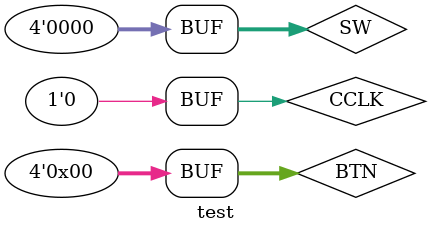
<source format=v>
`timescale 1ns / 1ps


module test;

	// Inputs
	reg CCLK;
	reg [3:0] BTN;
	reg [3:0] SW;

	// Outputs
	wire LCDRS;
	wire LCDRW;
	wire LCDE;
	wire [3:0] LCDDAT;
	wire [7:0] LED;

	// Instantiate the Unit Under Test (UUT)
	top uut (
		.CCLK(CCLK), 
		.BTN(BTN), 
		.SW(SW), 
		.LCDRS(LCDRS), 
		.LCDRW(LCDRW), 
		.LCDE(LCDE), 
		.LCDDAT(LCDDAT), 
		.LED(LED)
	);

	initial begin
		// Initialize Inputs
		CCLK = 0;
		BTN = 0;
		SW = 0;
		BTN[3] = 1;
		
		// Wait 100 ns for global reset to finish
		#470;
      BTN[3] = 0;
		// Add stimulus here

	end
    
	always begin
		#40;
		BTN[2] <= ~BTN[2];
	end
	
endmodule


</source>
